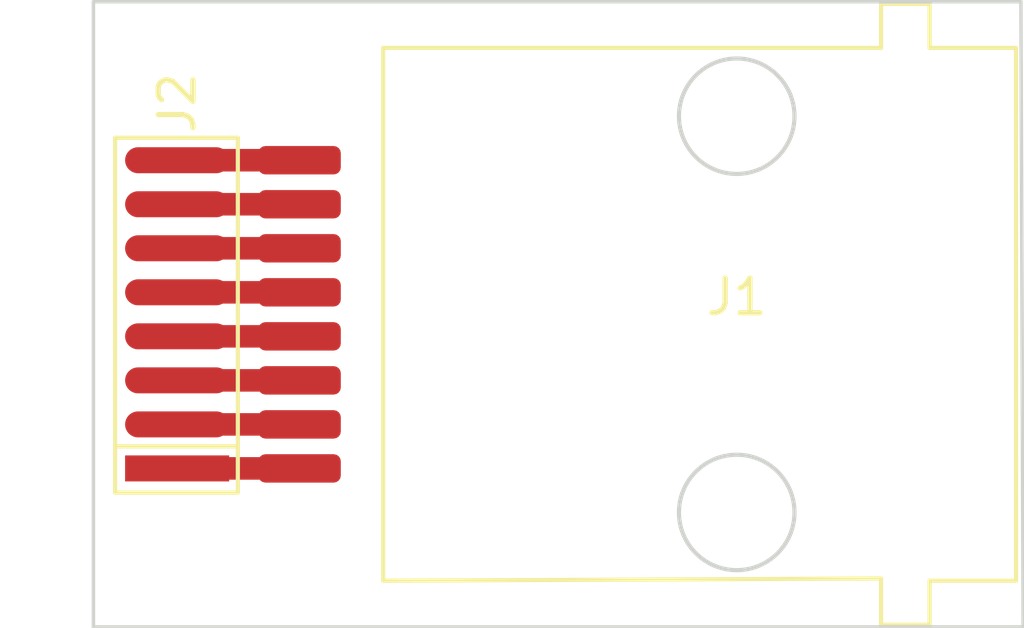
<source format=kicad_pcb>
(kicad_pcb (version 20211014) (generator pcbnew)
  (layers (0 "F.Cu" signal) (31 "B.Cu" signal) (34 "B.Paste" user) (35 "F.Paste" user) (36 "B.SilkS" user "B.Silkscreen") (37 "F.SilkS" user "F.Silkscreen") (38 "B.Mask" user) (39 "F.Mask" user) (44 "Edge.Cuts" user))
  (net 0 "")
  (net 1 "Net-(J1-Pad1)")
  (net 2 "Net-(J1-Pad2)")
  (net 3 "Net-(J1-Pad3)")
  (net 4 "Net-(J1-Pad4)")
  (net 5 "Net-(J1-Pad5)")
  (net 6 "Net-(J1-Pad6)")
  (net 7 "Net-(J1-Pad7)")
  (net 8 "Net-(J1-Pad8)")
  (footprint "Connector_Wire_SileliS:SolderWirePad_1x8_SMD_3x0.75" (layer "F.Cu") (at 97.4697 91.5543 90)
    (fp_text reference "J2" (at 6.0833 2.9873 90) (layer "F.SilkS"))
    (fp_text value "Conn_01x08_Female")
    (fp_line (start 5.08 1.2) (end 5.08 4.7373) (layer "F.SilkS") (width 0.12))
    (fp_line (start -3.8227 4.7373) (end -3.8227 1.2) (layer "F.SilkS") (width 0.12))
    (fp_line (start -5.1562 1.2) (end 5.08 1.2) (layer "F.SilkS") (width 0.12))
    (fp_line (start 5.08 4.7373) (end -5.1562 4.7373) (layer "F.SilkS") (width 0.12))
    (fp_line (start -5.1562 4.7373) (end -5.1562 1.2) (layer "F.SilkS") (width 0.12))
    (pad "1" smd rect locked (at -4.4577 2.9873 90) (size 0.75 3) (layers "F.Cu" "F.Mask") (net 1 "Net-(J1-Pad1)"))
    (pad "2" smd oval locked (at -3.1877 2.9873 90) (size 0.75 3) (layers "F.Cu" "F.Mask") (net 2 "Net-(J1-Pad2)"))
    (pad "3" smd oval locked (at -1.9177 2.9873 90) (size 0.75 3) (layers "F.Cu" "F.Mask") (net 3 "Net-(J1-Pad3)"))
    (pad "4" smd oval locked (at -0.6477 2.9873 90) (size 0.75 3) (layers "F.Cu" "F.Mask") (net 4 "Net-(J1-Pad4)"))
    (pad "5" smd oval locked (at 0.6223 2.9873 90) (size 0.75 3) (layers "F.Cu" "F.Mask") (net 5 "Net-(J1-Pad5)"))
    (pad "6" smd oval locked (at 1.8923 2.9873 90) (size 0.75 3) (layers "F.Cu" "F.Mask") (net 6 "Net-(J1-Pad6)"))
    (pad "7" smd oval locked (at 3.1623 2.9873 90) (size 0.75 3) (layers "F.Cu" "F.Mask") (net 7 "Net-(J1-Pad7)"))
    (pad "8" smd oval locked (at 4.4323 2.9873 90) (size 0.75 3) (layers "F.Cu" "F.Mask") (net 8 "Net-(J1-Pad8)"))
  )
  (footprint "TE 5555078-1:5555078-1" (layer "F.Cu") (at 116.586 91.567)
    (fp_text reference "J1" (at 0 -0.5 unlocked) (layer "F.SilkS"))
    (fp_text value "8P8C")
    (fp_line (start -10.19 7.685) (end 4.16 7.62) (layer "F.SilkS") (width 0.12))
    (fp_line (start 4.16 -8.955) (end 5.56 -8.955) (layer "F.SilkS") (width 0.12))
    (fp_line (start 4.16 -8.955) (end 4.16 -7.685) (layer "F.SilkS") (width 0.12))
    (fp_line (start 5.56 7.685) (end 5.56 8.955) (layer "F.SilkS") (width 0.12))
    (fp_line (start 5.56 -8.955) (end 5.56 -7.685) (layer "F.SilkS") (width 0.12))
    (fp_line (start 8.05 7.685) (end 5.56 7.685) (layer "F.SilkS") (width 0.12))
    (fp_line (start -10.19 -7.685) (end 4.16 -7.685) (layer "F.SilkS") (width 0.12))
    (fp_line (start -10.19 -7.685) (end -10.19 7.685) (layer "F.SilkS") (width 0.12))
    (fp_line (start 5.56 8.955) (end 4.16 8.955) (layer "F.SilkS") (width 0.12))
    (fp_line (start 8.05 -7.685) (end 8.05 7.685) (layer "F.SilkS") (width 0.12))
    (fp_line (start 8.05 -7.685) (end 5.56 -7.685) (layer "F.SilkS") (width 0.12))
    (fp_line (start 4.16 7.62) (end 4.16 8.955) (layer "F.SilkS") (width 0.12))
    (fp_circle (center 0 5.715) (end 1.665 5.715) (layer "Edge.Cuts") (width 0.12) (fill none))
    (fp_circle (center 0 -5.715) (end 1.665 -5.715) (layer "Edge.Cuts") (width 0.12) (fill none))
    (pad "1" smd roundrect (at -12.6 4.445) (size 2.378 0.82) (layers "F.Cu" "F.Paste" "F.Mask") (net 1 "Net-(J1-Pad1)"))
    (pad "2" smd roundrect (at -12.6 3.175) (size 2.378 0.82) (layers "F.Cu" "F.Paste" "F.Mask") (net 2 "Net-(J1-Pad2)"))
    (pad "3" smd roundrect (at -12.6 1.905) (size 2.378 0.82) (layers "F.Cu" "F.Paste" "F.Mask") (net 3 "Net-(J1-Pad3)"))
    (pad "4" smd roundrect (at -12.6 0.635) (size 2.378 0.82) (layers "F.Cu" "F.Paste" "F.Mask") (net 4 "Net-(J1-Pad4)"))
    (pad "5" smd roundrect (at -12.6 -0.635) (size 2.378 0.82) (layers "F.Cu" "F.Paste" "F.Mask") (net 5 "Net-(J1-Pad5)"))
    (pad "6" smd roundrect (at -12.6 -1.905) (size 2.378 0.82) (layers "F.Cu" "F.Paste" "F.Mask") (net 6 "Net-(J1-Pad6)"))
    (pad "7" smd roundrect (at -12.6 -3.175) (size 2.378 0.82) (layers "F.Cu" "F.Paste" "F.Mask") (net 7 "Net-(J1-Pad7)"))
    (pad "8" smd roundrect (at -12.6 -4.445) (size 2.378 0.82) (layers "F.Cu" "F.Paste" "F.Mask") (net 8 "Net-(J1-Pad8)"))
  )
  (gr_line (start 98.044 100.584) (end 124.841 100.584) (layer "Edge.Cuts") (width 0.1))
  (gr_line (start 124.841 100.584) (end 124.7775 82.55) (layer "Edge.Cuts") (width 0.1))
  (gr_line (start 124.7775 82.55) (end 98.044 82.55) (layer "Edge.Cuts") (width 0.1))
  (gr_line (start 98.044 82.55) (end 98.044 100.584) (layer "Edge.Cuts") (width 0.1))
  (segment (start 100.076 96.012) (end 103.986 96.012) (width 0.65) (layer "F.Cu") (net 1))
  (segment (start 103.986 94.742) (end 100.076 94.742) (width 0.65) (layer "F.Cu") (net 2))
  (segment (start 100.076 93.472) (end 103.986 93.472) (width 0.65) (layer "F.Cu") (net 3))
  (segment (start 100.076 92.202) (end 103.986 92.202) (width 0.65) (layer "F.Cu") (net 4))
  (segment (start 103.986 90.932) (end 100.076 90.932) (width 0.65) (layer "F.Cu") (net 5))
  (segment (start 100.076 89.662) (end 103.986 89.662) (width 0.65) (layer "F.Cu") (net 6))
  (segment (start 103.986 88.392) (end 100.076 88.392) (width 0.65) (layer "F.Cu") (net 7))
  (segment (start 103.986 87.122) (end 100.076 87.122) (width 0.65) (layer "F.Cu") (net 8))
)
</source>
